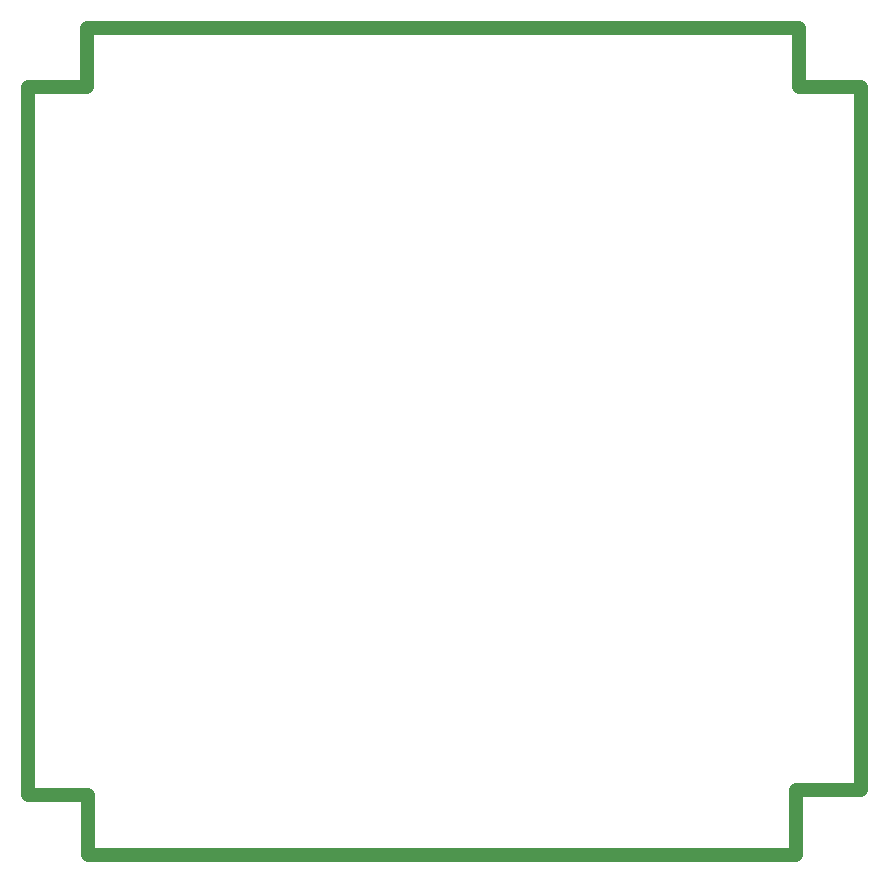
<source format=gko>
G04*
G04 #@! TF.GenerationSoftware,Altium Limited,Altium Designer,19.1.8 (144)*
G04*
G04 Layer_Color=16711935*
%FSLAX25Y25*%
%MOIN*%
G70*
G01*
G75*
%ADD42C,0.04724*%
D42*
Y20000D02*
X20000D01*
Y0D02*
Y20000D01*
Y0D02*
X256000D01*
Y21500D01*
X277500D01*
Y256000D01*
X257000D02*
X277500D01*
X257000D02*
Y275500D01*
X19500D02*
X257000D01*
X19500Y256000D02*
Y275500D01*
X0Y256000D02*
X19500D01*
X0Y20000D02*
Y256000D01*
M02*

</source>
